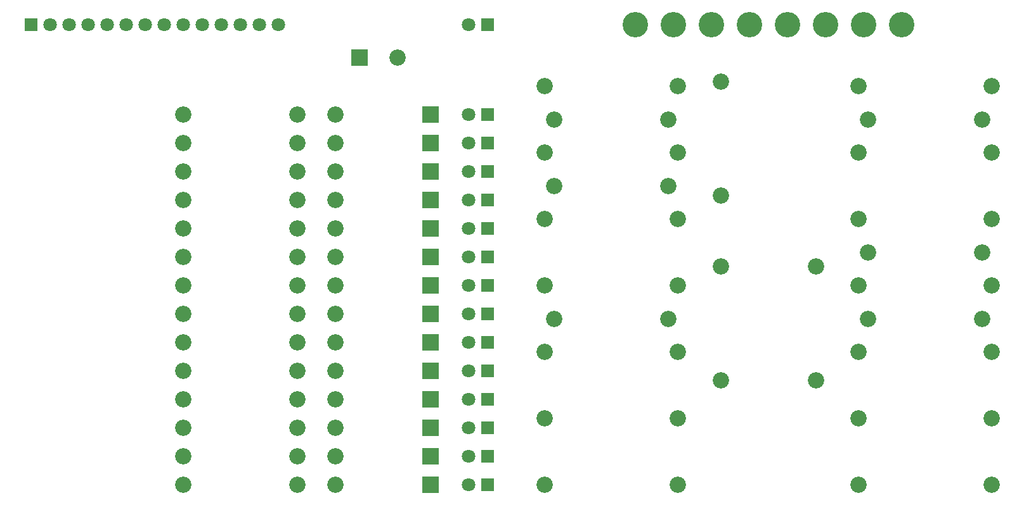
<source format=gbr>
G04 #@! TF.FileFunction,Soldermask,Top*
%FSLAX46Y46*%
G04 Gerber Fmt 4.6, Leading zero omitted, Abs format (unit mm)*
G04 Created by KiCad (PCBNEW 4.0.5+dfsg1-4+deb9u1) date Sun Sep  4 20:08:47 2022*
%MOMM*%
%LPD*%
G01*
G04 APERTURE LIST*
%ADD10C,0.100000*%
%ADD11R,2.178000X2.178000*%
%ADD12C,2.178000*%
%ADD13R,1.797000X1.797000*%
%ADD14C,1.797000*%
%ADD15C,3.399740*%
G04 APERTURE END LIST*
D10*
D11*
X128905000Y-80010000D03*
D12*
X133985000Y-80010000D03*
X125730000Y-137160000D03*
D11*
X138430000Y-137160000D03*
D12*
X125730000Y-133350000D03*
D11*
X138430000Y-133350000D03*
D12*
X125730000Y-129540000D03*
D11*
X138430000Y-129540000D03*
D12*
X125730000Y-125730000D03*
D11*
X138430000Y-125730000D03*
D12*
X125730000Y-121920000D03*
D11*
X138430000Y-121920000D03*
D12*
X125730000Y-118110000D03*
D11*
X138430000Y-118110000D03*
D12*
X125730000Y-114300000D03*
D11*
X138430000Y-114300000D03*
D12*
X125730000Y-110490000D03*
D11*
X138430000Y-110490000D03*
D12*
X125730000Y-106680000D03*
D11*
X138430000Y-106680000D03*
D12*
X125730000Y-102870000D03*
D11*
X138430000Y-102870000D03*
D12*
X125730000Y-99060000D03*
D11*
X138430000Y-99060000D03*
D12*
X125730000Y-95250000D03*
D11*
X138430000Y-95250000D03*
D12*
X125730000Y-91440000D03*
D11*
X138430000Y-91440000D03*
D12*
X125730000Y-87630000D03*
D11*
X138430000Y-87630000D03*
D12*
X120650000Y-137160000D03*
X105410000Y-137160000D03*
X105410000Y-133350000D03*
X120650000Y-133350000D03*
X120650000Y-129540000D03*
X105410000Y-129540000D03*
X120650000Y-125730000D03*
X105410000Y-125730000D03*
X120650000Y-121920000D03*
X105410000Y-121920000D03*
X120650000Y-118110000D03*
X105410000Y-118110000D03*
X120650000Y-114300000D03*
X105410000Y-114300000D03*
X120650000Y-110490000D03*
X105410000Y-110490000D03*
X105410000Y-106680000D03*
X120650000Y-106680000D03*
X105410000Y-102870000D03*
X120650000Y-102870000D03*
X105410000Y-99060000D03*
X120650000Y-99060000D03*
X105410000Y-95250000D03*
X120650000Y-95250000D03*
X105410000Y-91440000D03*
X120650000Y-91440000D03*
X105410000Y-87630000D03*
X120650000Y-87630000D03*
X170180000Y-88265000D03*
X154940000Y-88265000D03*
X170180000Y-97155000D03*
X154940000Y-97155000D03*
X189865000Y-107950000D03*
X189865000Y-123190000D03*
X196850000Y-114935000D03*
X212090000Y-114935000D03*
X170180000Y-114935000D03*
X154940000Y-114935000D03*
X196850000Y-106045000D03*
X212090000Y-106045000D03*
X177165000Y-83185000D03*
X177165000Y-98425000D03*
X177165000Y-123190000D03*
X177165000Y-107950000D03*
X212090000Y-88265000D03*
X196850000Y-88265000D03*
X195580000Y-128270000D03*
X213360000Y-128270000D03*
X171450000Y-128270000D03*
X153670000Y-128270000D03*
X195580000Y-119380000D03*
X213360000Y-119380000D03*
X171450000Y-119380000D03*
X153670000Y-119380000D03*
X195580000Y-137160000D03*
X213360000Y-137160000D03*
X213360000Y-110490000D03*
X195580000Y-110490000D03*
X153670000Y-110490000D03*
X171450000Y-110490000D03*
X213360000Y-101600000D03*
X195580000Y-101600000D03*
X153670000Y-101600000D03*
X171450000Y-101600000D03*
X213360000Y-92710000D03*
X195580000Y-92710000D03*
X153670000Y-92710000D03*
X171450000Y-92710000D03*
X153670000Y-137160000D03*
X171450000Y-137160000D03*
X195580000Y-83820000D03*
X213360000Y-83820000D03*
X171450000Y-83820000D03*
X153670000Y-83820000D03*
D13*
X146050000Y-129540000D03*
D14*
X143510000Y-129540000D03*
D13*
X146050000Y-125730000D03*
D14*
X143510000Y-125730000D03*
D13*
X146050000Y-121920000D03*
D14*
X143510000Y-121920000D03*
D13*
X146050000Y-118110000D03*
D14*
X143510000Y-118110000D03*
D13*
X146050000Y-137160000D03*
D14*
X143510000Y-137160000D03*
D13*
X146050000Y-114300000D03*
D14*
X143510000Y-114300000D03*
D13*
X146050000Y-110490000D03*
D14*
X143510000Y-110490000D03*
D13*
X146050000Y-106680000D03*
D14*
X143510000Y-106680000D03*
D13*
X146050000Y-102870000D03*
D14*
X143510000Y-102870000D03*
D13*
X146050000Y-99060000D03*
D14*
X143510000Y-99060000D03*
D13*
X146050000Y-95250000D03*
D14*
X143510000Y-95250000D03*
D13*
X146050000Y-133350000D03*
D14*
X143510000Y-133350000D03*
D13*
X146050000Y-91440000D03*
D14*
X143510000Y-91440000D03*
D13*
X146050000Y-87630000D03*
D14*
X143510000Y-87630000D03*
D15*
X201295000Y-75565000D03*
X196215000Y-75565000D03*
X191135000Y-75565000D03*
D13*
X85090000Y-75565000D03*
D14*
X87630000Y-75565000D03*
X90170000Y-75565000D03*
X92710000Y-75565000D03*
X95250000Y-75565000D03*
X97790000Y-75565000D03*
X100330000Y-75565000D03*
X102870000Y-75565000D03*
X105410000Y-75565000D03*
X107950000Y-75565000D03*
X110490000Y-75565000D03*
X113030000Y-75565000D03*
X115570000Y-75565000D03*
X118110000Y-75565000D03*
D13*
X146050000Y-75565000D03*
D14*
X143510000Y-75565000D03*
D15*
X165735000Y-75565000D03*
X170815000Y-75565000D03*
X175895000Y-75565000D03*
X180975000Y-75565000D03*
X186055000Y-75565000D03*
M02*

</source>
